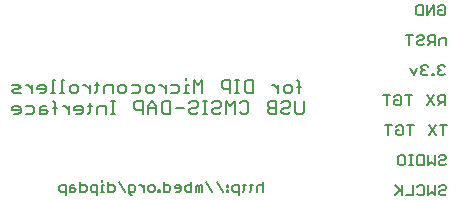
<source format=gbo>
G75*
%MOIN*%
%OFA0B0*%
%FSLAX25Y25*%
%IPPOS*%
%LPD*%
%AMOC8*
5,1,8,0,0,1.08239X$1,22.5*
%
%ADD10C,0.00800*%
%ADD11C,0.00600*%
%ADD12C,0.00500*%
D10*
X0211250Y0289600D02*
X0212652Y0289600D01*
X0213352Y0290301D01*
X0213352Y0291702D01*
X0212652Y0292402D01*
X0211250Y0292402D01*
X0210550Y0291702D01*
X0210550Y0291001D01*
X0213352Y0291001D01*
X0215154Y0289600D02*
X0217255Y0289600D01*
X0217956Y0290301D01*
X0217956Y0291702D01*
X0217255Y0292402D01*
X0215154Y0292402D01*
X0213352Y0296600D02*
X0211250Y0296600D01*
X0210550Y0297301D01*
X0211250Y0298001D01*
X0212652Y0298001D01*
X0213352Y0298702D01*
X0212652Y0299402D01*
X0210550Y0299402D01*
X0215087Y0299402D02*
X0215788Y0299402D01*
X0217189Y0298001D01*
X0217189Y0296600D02*
X0217189Y0299402D01*
X0218990Y0298702D02*
X0218990Y0298001D01*
X0221793Y0298001D01*
X0221793Y0297301D02*
X0221793Y0298702D01*
X0221092Y0299402D01*
X0219691Y0299402D01*
X0218990Y0298702D01*
X0219691Y0296600D02*
X0221092Y0296600D01*
X0221793Y0297301D01*
X0223461Y0296600D02*
X0224862Y0296600D01*
X0224161Y0296600D02*
X0224161Y0300804D01*
X0224862Y0300804D01*
X0227231Y0300804D02*
X0227231Y0296600D01*
X0227931Y0296600D02*
X0226530Y0296600D01*
X0229733Y0297301D02*
X0229733Y0298702D01*
X0230433Y0299402D01*
X0231835Y0299402D01*
X0232535Y0298702D01*
X0232535Y0297301D01*
X0231835Y0296600D01*
X0230433Y0296600D01*
X0229733Y0297301D01*
X0227931Y0300804D02*
X0227231Y0300804D01*
X0234270Y0299402D02*
X0234971Y0299402D01*
X0236372Y0298001D01*
X0236372Y0296600D02*
X0236372Y0299402D01*
X0238040Y0299402D02*
X0239441Y0299402D01*
X0238740Y0300103D02*
X0238740Y0297301D01*
X0238040Y0296600D01*
X0241243Y0296600D02*
X0241243Y0298702D01*
X0241943Y0299402D01*
X0244045Y0299402D01*
X0244045Y0296600D01*
X0245846Y0297301D02*
X0245846Y0298702D01*
X0246547Y0299402D01*
X0247948Y0299402D01*
X0248649Y0298702D01*
X0248649Y0297301D01*
X0247948Y0296600D01*
X0246547Y0296600D01*
X0245846Y0297301D01*
X0244812Y0293804D02*
X0243411Y0293804D01*
X0244112Y0293804D02*
X0244112Y0289600D01*
X0244812Y0289600D02*
X0243411Y0289600D01*
X0241743Y0289600D02*
X0241743Y0292402D01*
X0239641Y0292402D01*
X0238941Y0291702D01*
X0238941Y0289600D01*
X0236438Y0290301D02*
X0236438Y0293103D01*
X0235738Y0292402D02*
X0237139Y0292402D01*
X0236438Y0290301D02*
X0235738Y0289600D01*
X0234070Y0290301D02*
X0234070Y0291702D01*
X0233369Y0292402D01*
X0231968Y0292402D01*
X0231267Y0291702D01*
X0231267Y0291001D01*
X0234070Y0291001D01*
X0234070Y0290301D02*
X0233369Y0289600D01*
X0231968Y0289600D01*
X0229466Y0289600D02*
X0229466Y0292402D01*
X0229466Y0291001D02*
X0228065Y0292402D01*
X0227364Y0292402D01*
X0225629Y0291702D02*
X0224228Y0291702D01*
X0224929Y0293103D02*
X0224228Y0293804D01*
X0224929Y0293103D02*
X0224929Y0289600D01*
X0222560Y0290301D02*
X0221859Y0291001D01*
X0219758Y0291001D01*
X0219758Y0291702D02*
X0219758Y0289600D01*
X0221859Y0289600D01*
X0222560Y0290301D01*
X0221859Y0292402D02*
X0220458Y0292402D01*
X0219758Y0291702D01*
X0250450Y0296600D02*
X0252552Y0296600D01*
X0253253Y0297301D01*
X0253253Y0298702D01*
X0252552Y0299402D01*
X0250450Y0299402D01*
X0255054Y0298702D02*
X0255054Y0297301D01*
X0255755Y0296600D01*
X0257156Y0296600D01*
X0257857Y0297301D01*
X0257857Y0298702D01*
X0257156Y0299402D01*
X0255755Y0299402D01*
X0255054Y0298702D01*
X0259592Y0299402D02*
X0260292Y0299402D01*
X0261693Y0298001D01*
X0261693Y0296600D02*
X0261693Y0299402D01*
X0263495Y0299402D02*
X0265597Y0299402D01*
X0266297Y0298702D01*
X0266297Y0297301D01*
X0265597Y0296600D01*
X0263495Y0296600D01*
X0263228Y0293804D02*
X0261126Y0293804D01*
X0260426Y0293103D01*
X0260426Y0290301D01*
X0261126Y0289600D01*
X0263228Y0289600D01*
X0263228Y0293804D01*
X0265029Y0291702D02*
X0267832Y0291702D01*
X0269633Y0291001D02*
X0270334Y0291702D01*
X0271735Y0291702D01*
X0272436Y0292402D01*
X0272436Y0293103D01*
X0271735Y0293804D01*
X0270334Y0293804D01*
X0269633Y0293103D01*
X0269633Y0291001D02*
X0269633Y0290301D01*
X0270334Y0289600D01*
X0271735Y0289600D01*
X0272436Y0290301D01*
X0274104Y0289600D02*
X0275505Y0289600D01*
X0274804Y0289600D02*
X0274804Y0293804D01*
X0274104Y0293804D02*
X0275505Y0293804D01*
X0277307Y0293103D02*
X0278007Y0293804D01*
X0279408Y0293804D01*
X0280109Y0293103D01*
X0280109Y0292402D01*
X0279408Y0291702D01*
X0278007Y0291702D01*
X0277307Y0291001D01*
X0277307Y0290301D01*
X0278007Y0289600D01*
X0279408Y0289600D01*
X0280109Y0290301D01*
X0281911Y0289600D02*
X0281911Y0293804D01*
X0283312Y0292402D01*
X0284713Y0293804D01*
X0284713Y0289600D01*
X0286514Y0290301D02*
X0287215Y0289600D01*
X0288616Y0289600D01*
X0289317Y0290301D01*
X0289317Y0293103D01*
X0288616Y0293804D01*
X0287215Y0293804D01*
X0286514Y0293103D01*
X0286248Y0296600D02*
X0284846Y0296600D01*
X0285547Y0296600D02*
X0285547Y0300804D01*
X0286248Y0300804D02*
X0284846Y0300804D01*
X0283178Y0300804D02*
X0281076Y0300804D01*
X0280376Y0300103D01*
X0280376Y0298702D01*
X0281076Y0298001D01*
X0283178Y0298001D01*
X0283178Y0296600D02*
X0283178Y0300804D01*
X0288049Y0300103D02*
X0288049Y0297301D01*
X0288750Y0296600D01*
X0290851Y0296600D01*
X0290851Y0300804D01*
X0288750Y0300804D01*
X0288049Y0300103D01*
X0295722Y0293103D02*
X0295722Y0292402D01*
X0296423Y0291702D01*
X0298525Y0291702D01*
X0300326Y0291001D02*
X0300326Y0290301D01*
X0301027Y0289600D01*
X0302428Y0289600D01*
X0303129Y0290301D01*
X0302428Y0291702D02*
X0301027Y0291702D01*
X0300326Y0291001D01*
X0300326Y0293103D02*
X0301027Y0293804D01*
X0302428Y0293804D01*
X0303129Y0293103D01*
X0303129Y0292402D01*
X0302428Y0291702D01*
X0304930Y0290301D02*
X0304930Y0293804D01*
X0307733Y0293804D02*
X0307733Y0290301D01*
X0307032Y0289600D01*
X0305631Y0289600D01*
X0304930Y0290301D01*
X0306265Y0296600D02*
X0306265Y0300103D01*
X0305564Y0300804D01*
X0305564Y0298702D02*
X0306965Y0298702D01*
X0303896Y0298702D02*
X0303896Y0297301D01*
X0303195Y0296600D01*
X0301794Y0296600D01*
X0301094Y0297301D01*
X0301094Y0298702D01*
X0301794Y0299402D01*
X0303195Y0299402D01*
X0303896Y0298702D01*
X0299292Y0299402D02*
X0299292Y0296600D01*
X0299292Y0298001D02*
X0297891Y0299402D01*
X0297190Y0299402D01*
X0296423Y0293804D02*
X0295722Y0293103D01*
X0296423Y0293804D02*
X0298525Y0293804D01*
X0298525Y0289600D01*
X0296423Y0289600D01*
X0295722Y0290301D01*
X0295722Y0291001D01*
X0296423Y0291702D01*
X0273970Y0296600D02*
X0273970Y0300804D01*
X0272569Y0299402D01*
X0271168Y0300804D01*
X0271168Y0296600D01*
X0269367Y0296600D02*
X0267965Y0296600D01*
X0268666Y0296600D02*
X0268666Y0299402D01*
X0269367Y0299402D01*
X0268666Y0300804D02*
X0268666Y0301504D01*
X0258624Y0292402D02*
X0257223Y0293804D01*
X0255822Y0292402D01*
X0255822Y0289600D01*
X0254020Y0289600D02*
X0254020Y0293804D01*
X0251918Y0293804D01*
X0251218Y0293103D01*
X0251218Y0291702D01*
X0251918Y0291001D01*
X0254020Y0291001D01*
X0255822Y0291702D02*
X0258624Y0291702D01*
X0258624Y0292402D02*
X0258624Y0289600D01*
D11*
X0228347Y0263700D02*
X0226746Y0263700D01*
X0226212Y0264234D01*
X0226212Y0265301D01*
X0226746Y0265835D01*
X0228347Y0265835D01*
X0228347Y0262632D01*
X0229711Y0263700D02*
X0231312Y0263700D01*
X0231846Y0264234D01*
X0231312Y0264768D01*
X0229711Y0264768D01*
X0229711Y0265301D02*
X0229711Y0263700D01*
X0229711Y0265301D02*
X0230245Y0265835D01*
X0231312Y0265835D01*
X0233210Y0265835D02*
X0234811Y0265835D01*
X0235345Y0265301D01*
X0235345Y0264234D01*
X0234811Y0263700D01*
X0233210Y0263700D01*
X0233210Y0266903D01*
X0236709Y0265301D02*
X0236709Y0264234D01*
X0237243Y0263700D01*
X0238844Y0263700D01*
X0238844Y0262632D02*
X0238844Y0265835D01*
X0237243Y0265835D01*
X0236709Y0265301D01*
X0240109Y0263700D02*
X0241177Y0263700D01*
X0240643Y0263700D02*
X0240643Y0265835D01*
X0241177Y0265835D01*
X0240643Y0266903D02*
X0240643Y0267437D01*
X0242541Y0266903D02*
X0242541Y0263700D01*
X0244142Y0263700D01*
X0244676Y0264234D01*
X0244676Y0265301D01*
X0244142Y0265835D01*
X0242541Y0265835D01*
X0246040Y0266903D02*
X0248175Y0263700D01*
X0249539Y0263700D02*
X0251140Y0263700D01*
X0251674Y0264234D01*
X0251674Y0265301D01*
X0251140Y0265835D01*
X0249539Y0265835D01*
X0249539Y0263166D01*
X0250072Y0262632D01*
X0250606Y0262632D01*
X0252988Y0265835D02*
X0253522Y0265835D01*
X0254590Y0264768D01*
X0254590Y0265835D02*
X0254590Y0263700D01*
X0255953Y0264234D02*
X0255953Y0265301D01*
X0256487Y0265835D01*
X0257555Y0265835D01*
X0258088Y0265301D01*
X0258088Y0264234D01*
X0257555Y0263700D01*
X0256487Y0263700D01*
X0255953Y0264234D01*
X0259304Y0264234D02*
X0259304Y0263700D01*
X0259838Y0263700D01*
X0259838Y0264234D01*
X0259304Y0264234D01*
X0261202Y0263700D02*
X0261202Y0266903D01*
X0261202Y0265835D02*
X0262803Y0265835D01*
X0263337Y0265301D01*
X0263337Y0264234D01*
X0262803Y0263700D01*
X0261202Y0263700D01*
X0264701Y0264768D02*
X0266836Y0264768D01*
X0266836Y0265301D02*
X0266302Y0265835D01*
X0265235Y0265835D01*
X0264701Y0265301D01*
X0264701Y0264768D01*
X0265235Y0263700D02*
X0266302Y0263700D01*
X0266836Y0264234D01*
X0266836Y0265301D01*
X0268200Y0265301D02*
X0268200Y0264234D01*
X0268734Y0263700D01*
X0270335Y0263700D01*
X0270335Y0266903D01*
X0270335Y0265835D02*
X0268734Y0265835D01*
X0268200Y0265301D01*
X0271699Y0265301D02*
X0271699Y0263700D01*
X0272766Y0263700D02*
X0272766Y0265301D01*
X0272233Y0265835D01*
X0271699Y0265301D01*
X0272766Y0265301D02*
X0273300Y0265835D01*
X0273834Y0265835D01*
X0273834Y0263700D01*
X0275198Y0266903D02*
X0277333Y0263700D01*
X0278697Y0266903D02*
X0280832Y0263700D01*
X0282048Y0263700D02*
X0282581Y0263700D01*
X0282581Y0264234D01*
X0282048Y0264234D01*
X0282048Y0263700D01*
X0282048Y0265301D02*
X0282581Y0265301D01*
X0282581Y0265835D01*
X0282048Y0265835D01*
X0282048Y0265301D01*
X0283945Y0265301D02*
X0283945Y0264234D01*
X0284479Y0263700D01*
X0286080Y0263700D01*
X0286080Y0262632D02*
X0286080Y0265835D01*
X0284479Y0265835D01*
X0283945Y0265301D01*
X0287345Y0265835D02*
X0288413Y0265835D01*
X0287879Y0266369D02*
X0287879Y0264234D01*
X0287345Y0263700D01*
X0289678Y0263700D02*
X0290212Y0264234D01*
X0290212Y0266369D01*
X0290746Y0265835D02*
X0289678Y0265835D01*
X0292109Y0265301D02*
X0292109Y0263700D01*
X0292109Y0265301D02*
X0292643Y0265835D01*
X0293711Y0265835D01*
X0294245Y0265301D01*
X0294245Y0263700D02*
X0294245Y0266903D01*
D12*
X0335913Y0282450D02*
X0335913Y0285953D01*
X0334746Y0285953D02*
X0337081Y0285953D01*
X0338429Y0285369D02*
X0339013Y0285953D01*
X0340180Y0285953D01*
X0340764Y0285369D01*
X0340764Y0283034D01*
X0340180Y0282450D01*
X0339013Y0282450D01*
X0338429Y0283034D01*
X0338429Y0284201D01*
X0339597Y0284201D01*
X0342112Y0285953D02*
X0344447Y0285953D01*
X0343280Y0285953D02*
X0343280Y0282450D01*
X0349478Y0282450D02*
X0351814Y0285953D01*
X0353162Y0285953D02*
X0355497Y0285953D01*
X0354329Y0285953D02*
X0354329Y0282450D01*
X0351814Y0282450D02*
X0349478Y0285953D01*
X0348978Y0292450D02*
X0351314Y0295953D01*
X0352662Y0295369D02*
X0352662Y0294201D01*
X0353245Y0293618D01*
X0354997Y0293618D01*
X0353829Y0293618D02*
X0352662Y0292450D01*
X0351314Y0292450D02*
X0348978Y0295953D01*
X0352662Y0295369D02*
X0353245Y0295953D01*
X0354997Y0295953D01*
X0354997Y0292450D01*
X0354205Y0302450D02*
X0354789Y0303034D01*
X0354205Y0302450D02*
X0353037Y0302450D01*
X0352454Y0303034D01*
X0352454Y0303618D01*
X0353037Y0304201D01*
X0353621Y0304201D01*
X0353037Y0304201D02*
X0352454Y0304785D01*
X0352454Y0305369D01*
X0353037Y0305953D01*
X0354205Y0305953D01*
X0354789Y0305369D01*
X0351106Y0303034D02*
X0350522Y0303034D01*
X0350522Y0302450D01*
X0351106Y0302450D01*
X0351106Y0303034D01*
X0349264Y0303034D02*
X0348680Y0302450D01*
X0347513Y0302450D01*
X0346929Y0303034D01*
X0346929Y0303618D01*
X0347513Y0304201D01*
X0348097Y0304201D01*
X0347513Y0304201D02*
X0346929Y0304785D01*
X0346929Y0305369D01*
X0347513Y0305953D01*
X0348680Y0305953D01*
X0349264Y0305369D01*
X0345581Y0304785D02*
X0344413Y0302450D01*
X0343246Y0304785D01*
X0342913Y0312450D02*
X0342913Y0315953D01*
X0341746Y0315953D02*
X0344081Y0315953D01*
X0345429Y0315369D02*
X0346013Y0315953D01*
X0347180Y0315953D01*
X0347764Y0315369D01*
X0347764Y0314785D01*
X0347180Y0314201D01*
X0346013Y0314201D01*
X0345429Y0313618D01*
X0345429Y0313034D01*
X0346013Y0312450D01*
X0347180Y0312450D01*
X0347764Y0313034D01*
X0349112Y0312450D02*
X0350280Y0313618D01*
X0349696Y0313618D02*
X0351447Y0313618D01*
X0351447Y0312450D02*
X0351447Y0315953D01*
X0349696Y0315953D01*
X0349112Y0315369D01*
X0349112Y0314201D01*
X0349696Y0313618D01*
X0352795Y0314201D02*
X0353379Y0314785D01*
X0355131Y0314785D01*
X0355131Y0312450D01*
X0352795Y0312450D02*
X0352795Y0314201D01*
X0353196Y0322450D02*
X0352612Y0323034D01*
X0352612Y0324201D01*
X0353780Y0324201D01*
X0354947Y0323034D02*
X0354364Y0322450D01*
X0353196Y0322450D01*
X0354947Y0323034D02*
X0354947Y0325369D01*
X0354364Y0325953D01*
X0353196Y0325953D01*
X0352612Y0325369D01*
X0351264Y0325953D02*
X0348929Y0322450D01*
X0348929Y0325953D01*
X0347581Y0325953D02*
X0345830Y0325953D01*
X0345246Y0325369D01*
X0345246Y0323034D01*
X0345830Y0322450D01*
X0347581Y0322450D01*
X0347581Y0325953D01*
X0351264Y0325953D02*
X0351264Y0322450D01*
X0343947Y0295953D02*
X0341612Y0295953D01*
X0342780Y0295953D02*
X0342780Y0292450D01*
X0340264Y0293034D02*
X0339680Y0292450D01*
X0338513Y0292450D01*
X0337929Y0293034D01*
X0337929Y0294201D01*
X0339097Y0294201D01*
X0340264Y0293034D02*
X0340264Y0295369D01*
X0339680Y0295953D01*
X0338513Y0295953D01*
X0337929Y0295369D01*
X0336581Y0295953D02*
X0334246Y0295953D01*
X0335413Y0295953D02*
X0335413Y0292450D01*
X0339830Y0275953D02*
X0339246Y0275369D01*
X0339246Y0273034D01*
X0339830Y0272450D01*
X0340997Y0272450D01*
X0341581Y0273034D01*
X0341581Y0275369D01*
X0340997Y0275953D01*
X0339830Y0275953D01*
X0342869Y0275953D02*
X0344037Y0275953D01*
X0343453Y0275953D02*
X0343453Y0272450D01*
X0344037Y0272450D02*
X0342869Y0272450D01*
X0345384Y0273034D02*
X0345384Y0275369D01*
X0345968Y0275953D01*
X0347720Y0275953D01*
X0347720Y0272450D01*
X0345968Y0272450D01*
X0345384Y0273034D01*
X0349067Y0272450D02*
X0349067Y0275953D01*
X0351403Y0275953D02*
X0351403Y0272450D01*
X0350235Y0273618D01*
X0349067Y0272450D01*
X0352751Y0273034D02*
X0353334Y0272450D01*
X0354502Y0272450D01*
X0355086Y0273034D01*
X0354502Y0274201D02*
X0355086Y0274785D01*
X0355086Y0275369D01*
X0354502Y0275953D01*
X0353334Y0275953D01*
X0352751Y0275369D01*
X0353334Y0274201D02*
X0352751Y0273618D01*
X0352751Y0273034D01*
X0353334Y0274201D02*
X0354502Y0274201D01*
X0354730Y0265953D02*
X0353562Y0265953D01*
X0352978Y0265369D01*
X0353562Y0264201D02*
X0352978Y0263618D01*
X0352978Y0263034D01*
X0353562Y0262450D01*
X0354730Y0262450D01*
X0355314Y0263034D01*
X0354730Y0264201D02*
X0353562Y0264201D01*
X0354730Y0264201D02*
X0355314Y0264785D01*
X0355314Y0265369D01*
X0354730Y0265953D01*
X0351631Y0265953D02*
X0351631Y0262450D01*
X0350463Y0263618D01*
X0349295Y0262450D01*
X0349295Y0265953D01*
X0347947Y0265369D02*
X0347947Y0263034D01*
X0347364Y0262450D01*
X0346196Y0262450D01*
X0345612Y0263034D01*
X0344264Y0262450D02*
X0341929Y0262450D01*
X0340581Y0262450D02*
X0340581Y0265953D01*
X0339997Y0264201D02*
X0338246Y0262450D01*
X0340581Y0263618D02*
X0338246Y0265953D01*
X0344264Y0265953D02*
X0344264Y0262450D01*
X0345612Y0265369D02*
X0346196Y0265953D01*
X0347364Y0265953D01*
X0347947Y0265369D01*
M02*

</source>
